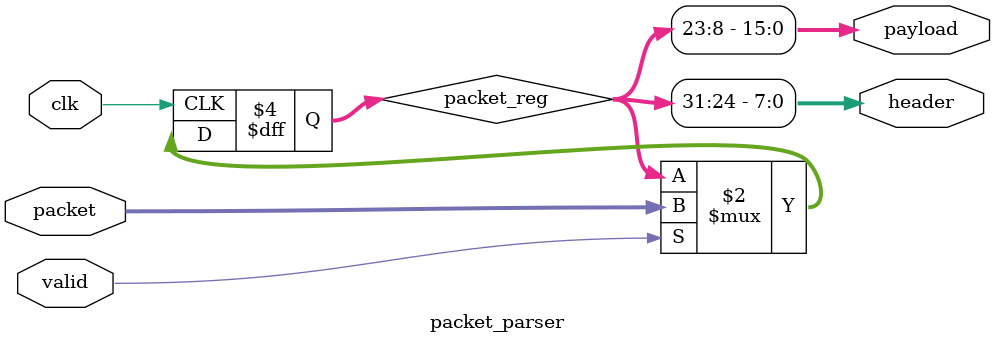
<source format=sv>
module packet_parser #(parameter DW=32) (
    input clk,
    input valid,
    input [DW-1:0] packet,
    output [7:0] header,
    output [15:0] payload
);

    reg [DW-1:0] packet_reg;

    always @(posedge clk) begin
        if(valid) begin
            packet_reg <= packet;
        end
    end

    assign header  = packet_reg[31:24];
    assign payload = packet_reg[23:8];

endmodule
</source>
